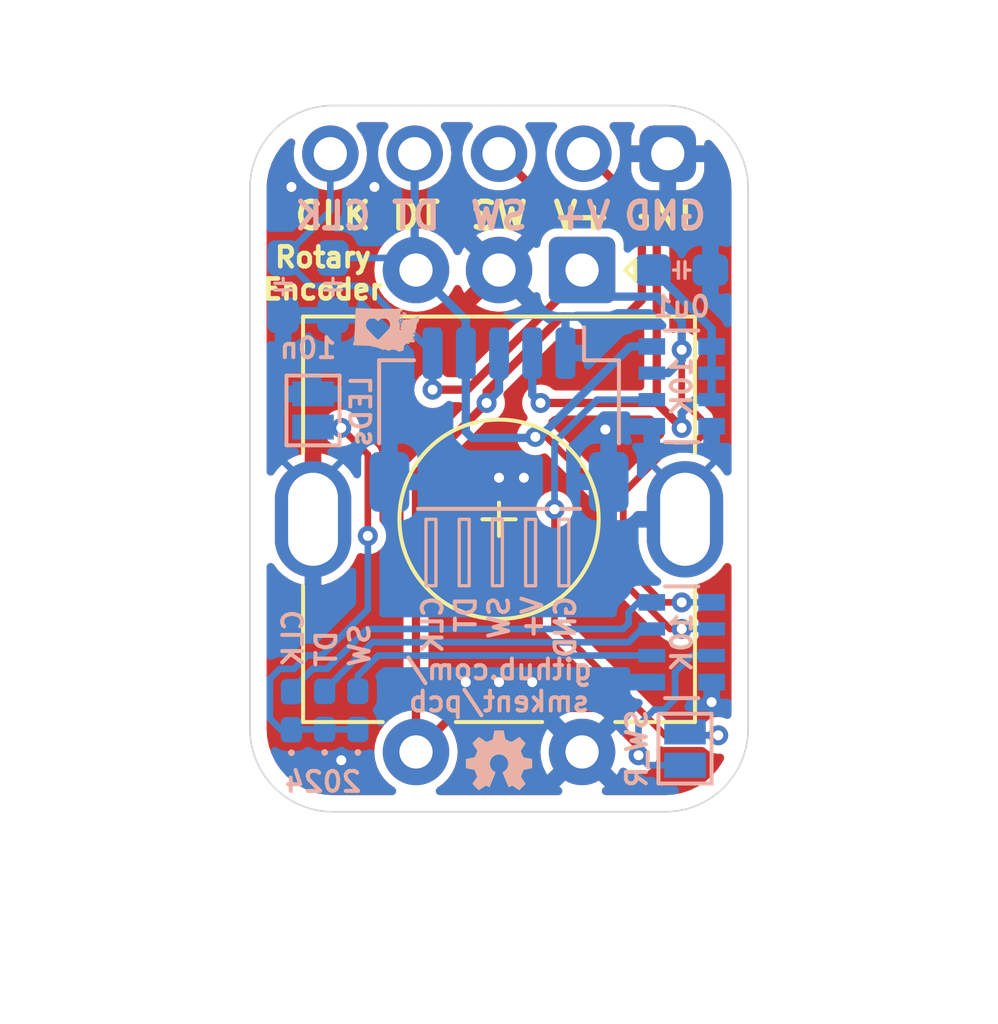
<source format=kicad_pcb>
(kicad_pcb (version 20240108) (generator "pcbnew") (generator_version "8.0")
  (layers (0 "F.Cu" signal) (31 "B.Cu" signal) (34 "B.Paste" user) (35 "F.Paste" user) (36 "B.SilkS" user "B.Silkscreen") (37 "F.SilkS" user "F.Silkscreen") (38 "B.Mask" user) (39 "F.Mask" user) (44 "Edge.Cuts" user))
  (net 0 "")
  (net 1 "GND")
  (net 2 "BUTTON")
  (net 3 "CLK")
  (net 4 "DT")
  (net 5 "VCC")
  (net 6 "Net-(JP1-B)")
  (net 7 "LED_GND")
  (net 8 "Net-(LED1-A)")
  (net 9 "Net-(LED2-A)")
  (net 10 "Net-(LED3-A)")
  (footprint "custom:RotaryEncoder_Alps_EC11E-Switch_Vertical_H20mm" (layer "F.Cu") (at 182.5 102 -90)
    (property "Reference" "SW1" (hide yes))
    (property "Value" "RotaryEncoder_Switch_MP")
    (pad "A" thru_hole roundrect (at 0 0 270) (size 2 2) (drill 1) (layers "*.Cu" "*.Mask") (roundrect_rratio 0.125) (net 3 "CLK"))
    (pad "B" thru_hole circle (at 0 5 270) (size 2 2) (drill 1) (layers "*.Cu" "*.Mask") (net 4 "DT"))
    (pad "C" thru_hole circle (at 0 2.5 270) (size 2 2) (drill 1) (layers "*.Cu" "*.Mask") (net 1 "GND"))
    (pad "MP" thru_hole oval (at 7.5 -3.1 270) (size 3.5 2.3) (drill oval 2.8 1.5) (layers "*.Cu" "*.Mask") (net 1 "GND"))
    (pad "MP" thru_hole oval (at 7.5 8.1 270) (size 3.5 2.3) (drill oval 2.8 1.5) (layers "*.Cu" "*.Mask") (net 1 "GND"))
    (pad "S1" thru_hole circle (at 14.5 5 270) (size 2 2) (drill 1) (layers "*.Cu" "*.Mask") (net 2 "BUTTON"))
    (pad "S2" thru_hole circle (at 14.5 0 270) (size 2 2) (drill 1) (layers "*.Cu" "*.Mask") (net 1 "GND"))
  )
  (footprint "graphics:oshw-logo-2mm" (layer "F.Cu") (at 180 116.75)
    (property "Reference" "G***" (hide yes))
    (property "Value" "LOGO" (hide yes))
  )
  (footprint "custom:SolderJumper-2_P1.0mm_Open_Pad" (layer "B.Cu") (at 174.4 106.225 90)
    (property "Reference" "JP2" (hide yes))
    (property "Value" "SolderJumper_2_Open")
    (pad "1" smd rect (at -0.5 0 90) (size 0.75 1.25) (layers "B.Cu" "B.Mask") (net 7 "LED_GND"))
    (pad "2" smd rect (at 0.5 0 90) (size 0.75 1.25) (layers "B.Cu" "B.Mask") (net 1 "GND"))
  )
  (footprint "custom:C_0603_1608Metric_Pad1.08x0.95mm_HandSolder" (layer "B.Cu") (at 173.5 102.5 -90)
    (property "Reference" "C2" (hide yes))
    (property "Value" "10n")
    (pad "1" smd roundrect (at -0.8625 0 270) (size 1.075 0.95) (layers "B.Cu" "B.Paste" "B.Mask") (net 3 "CLK"))
    (pad "2" smd roundrect (at 0.8625 0 270) (size 1.075 0.95) (layers "B.Cu" "B.Paste" "B.Mask") (net 1 "GND"))
  )
  (footprint "custom:C_0603_1608Metric_Pad1.08x0.95mm_HandSolder" (layer "B.Cu") (at 175 102.5 -90)
    (property "Reference" "C3" (hide yes))
    (property "Value" "10n")
    (pad "1" smd roundrect (at -0.8625 0 270) (size 1.075 0.95) (layers "B.Cu" "B.Paste" "B.Mask") (net 4 "DT"))
    (pad "2" smd roundrect (at 0.8625 0 270) (size 1.075 0.95) (layers "B.Cu" "B.Paste" "B.Mask") (net 1 "GND"))
  )
  (footprint "graphics:wa-state-heart-2mm" (layer "B.Cu") (at 176.6 103.8 180)
    (property "Reference" "G***" (hide yes))
    (property "Value" "LOGO" (hide yes))
  )
  (footprint "custom:C_0603_1608Metric_Pad1.08x0.95mm_HandSolder" (layer "B.Cu") (at 185.5 102)
    (property "Reference" "C1" (hide yes))
    (property "Value" "0u1")
    (pad "1" smd roundrect (at -0.8625 0) (size 1.075 0.95) (layers "B.Cu" "B.Paste" "B.Mask") (net 5 "VCC"))
    (pad "2" smd roundrect (at 0.8625 0) (size 1.075 0.95) (layers "B.Cu" "B.Paste" "B.Mask") (net 1 "GND"))
  )
  (footprint "LED_SMD:LED_0402_1005Metric_Pad0.77x0.64mm_HandSolder" (layer "B.Cu") (at 173.75 115.26 90)
    (property "Reference" "LED1" (hide yes))
    (property "Value" "LED")
    (pad "1" smd roundrect (at -0.5725 0 90) (size 0.765 0.64) (layers "B.Cu" "B.Paste" "B.Mask") (net 7 "LED_GND"))
    (pad "2" smd roundrect (at 0.5725 0 90) (size 0.765 0.64) (layers "B.Cu" "B.Paste" "B.Mask") (net 8 "Net-(LED1-A)"))
  )
  (footprint "LED_SMD:LED_0402_1005Metric_Pad0.77x0.64mm_HandSolder" (layer "B.Cu") (at 174.75 115.25 90)
    (property "Reference" "LED2" (hide yes))
    (property "Value" "LED")
    (pad "1" smd roundrect (at -0.5725 0 90) (size 0.765 0.64) (layers "B.Cu" "B.Paste" "B.Mask") (net 7 "LED_GND"))
    (pad "2" smd roundrect (at 0.5725 0 90) (size 0.765 0.64) (layers "B.Cu" "B.Paste" "B.Mask") (net 9 "Net-(LED2-A)"))
  )
  (footprint "custom:PinHeader_1x05_P2.54mm_Vertical_simple_pad1gnd" (layer "B.Cu") (at 185.08 98.5 90)
    (property "Reference" "J2" (hide yes))
    (property "Value" "Pin headers")
    (pad "1" thru_hole roundrect (at 0 0 90) (size 1.7 1.7) (drill 1) (layers "*.Cu" "*.Mask") (net 1 "GND"))
    (pad "2" thru_hole oval (at 0 -2.54 90) (size 1.7 1.7) (drill 1) (layers "*.Cu" "*.Mask") (net 5 "VCC"))
    (pad "3" thru_hole oval (at 0 -5.08 90) (size 1.7 1.7) (drill 1) (layers "*.Cu" "*.Mask") (net 2 "BUTTON"))
    (pad "4" thru_hole oval (at 0 -7.62 90) (size 1.7 1.7) (drill 1) (layers "*.Cu" "*.Mask") (net 4 "DT"))
    (pad "5" thru_hole oval (at 0 -10.16 90) (size 1.7 1.7) (drill 1) (layers "*.Cu" "*.Mask") (net 3 "CLK"))
  )
  (footprint "Resistor_SMD:R_Array_Convex_4x0603" (layer "B.Cu") (at 185.5 105.5)
    (property "Reference" "RN1" (hide yes))
    (property "Value" "10K")
    (pad "1" smd rect (at -0.9 1.2) (size 0.8 0.5) (layers "B.Cu" "B.Paste" "B.Mask") (net 1 "GND"))
    (pad "2" smd rect (at -0.9 0.4) (size 0.8 0.4) (layers "B.Cu" "B.Paste" "B.Mask") (net 6 "Net-(JP1-B)"))
    (pad "3" smd rect (at -0.9 -0.4) (size 0.8 0.4) (layers "B.Cu" "B.Paste" "B.Mask") (net 3 "CLK"))
    (pad "4" smd rect (at -0.9 -1.2) (size 0.8 0.5) (layers "B.Cu" "B.Paste" "B.Mask") (net 4 "DT"))
    (pad "5" smd rect (at 0.9 -1.2) (size 0.8 0.5) (layers "B.Cu" "B.Paste" "B.Mask") (net 5 "VCC"))
    (pad "6" smd rect (at 0.9 -0.4) (size 0.8 0.4) (layers "B.Cu" "B.Paste" "B.Mask") (net 5 "VCC"))
    (pad "7" smd rect (at 0.9 0.4) (size 0.8 0.4) (layers "B.Cu" "B.Paste" "B.Mask") (net 5 "VCC"))
    (pad "8" smd rect (at 0.9 1.2) (size 0.8 0.5) (layers "B.Cu" "B.Paste" "B.Mask") (net 1 "GND"))
  )
  (footprint "LED_SMD:LED_0402_1005Metric_Pad0.77x0.64mm_HandSolder" (layer "B.Cu") (at 175.75 115.25 90)
    (property "Reference" "LED3" (hide yes))
    (property "Value" "LED")
    (pad "1" smd roundrect (at -0.5725 0 90) (size 0.765 0.64) (layers "B.Cu" "B.Paste" "B.Mask") (net 7 "LED_GND"))
    (pad "2" smd roundrect (at 0.5725 0 90) (size 0.765 0.64) (layers "B.Cu" "B.Paste" "B.Mask") (net 10 "Net-(LED3-A)"))
  )
  (footprint "graphics:oshw-logo-2mm" (layer "B.Cu") (at 180 116.75 180)
    (property "Reference" "G***" (hide yes))
    (property "Value" "LOGO" (hide yes))
  )
  (footprint "custom:SolderJumper-2_P1.0mm_Open_Pad" (layer "B.Cu") (at 185.6 116.4 90)
    (property "Reference" "JP1" (hide yes))
    (property "Value" "SolderJumper_2_Open")
    (pad "1" smd rect (at -0.5 0 90) (size 0.75 1.25) (layers "B.Cu" "B.Mask") (net 2 "BUTTON"))
    (pad "2" smd rect (at 0.5 0 90) (size 0.75 1.25) (layers "B.Cu" "B.Mask") (net 6 "Net-(JP1-B)"))
  )
  (footprint "Resistor_SMD:R_Array_Convex_4x0603" (layer "B.Cu") (at 185.5 113.2 180)
    (property "Reference" "RN2" (hide yes))
    (property "Value" "10K")
    (pad "1" smd rect (at -0.9 1.2 180) (size 0.8 0.5) (layers "B.Cu" "B.Paste" "B.Mask") (net 3 "CLK"))
    (pad "2" smd rect (at -0.9 0.4 180) (size 0.8 0.4) (layers "B.Cu" "B.Paste" "B.Mask") (net 4 "DT"))
    (pad "3" smd rect (at -0.9 -0.4 180) (size 0.8 0.4) (layers "B.Cu" "B.Paste" "B.Mask") (net 2 "BUTTON"))
    (pad "4" smd rect (at -0.9 -1.2 180) (size 0.8 0.5) (layers "B.Cu" "B.Paste" "B.Mask") (net 1 "GND"))
    (pad "5" smd rect (at 0.9 -1.2 180) (size 0.8 0.5) (layers "B.Cu" "B.Paste" "B.Mask") (net 1 "GND"))
    (pad "6" smd rect (at 0.9 -0.4 180) (size 0.8 0.4) (layers "B.Cu" "B.Paste" "B.Mask") (net 10 "Net-(LED3-A)"))
    (pad "7" smd rect (at 0.9 0.4 180) (size 0.8 0.4) (layers "B.Cu" "B.Paste" "B.Mask") (net 9 "Net-(LED2-A)"))
    (pad "8" smd rect (at 0.9 1.2 180) (size 0.8 0.5) (layers "B.Cu" "B.Paste" "B.Mask") (net 8 "Net-(LED1-A)"))
  )
  (footprint "custom:JST_SH_SM05B-SRSS-TB_1x05-1MP_P1.00mm_Horizontal" (layer "B.Cu") (at 180 106.5 180)
    (property "Reference" "J1")
    (property "Value" "JST SH")
    (pad "1" smd roundrect (at -2 2 180) (size 0.6 1.55) (layers "B.Cu" "B.Paste" "B.Mask") (net 1 "GND"))
    (pad "2" smd roundrect (at -1 2 180) (size 0.6 1.55) (layers "B.Cu" "B.Paste" "B.Mask") (net 5 "VCC"))
    (pad "3" smd roundrect (at 0 2 180) (size 0.6 1.55) (layers "B.Cu" "B.Paste" "B.Mask") (net 2 "BUTTON"))
    (pad "4" smd roundrect (at 1 2 180) (size 0.6 1.55) (layers "B.Cu" "B.Paste" "B.Mask") (net 4 "DT"))
    (pad "5" smd roundrect (at 2 2 180) (size 0.6 1.55) (layers "B.Cu" "B.Paste" "B.Mask") (net 3 "CLK"))
    (pad "MP" smd roundrect (at -3.3 -1.875 180) (size 1.2 1.8) (layers "B.Cu" "B.Paste" "B.Mask") (roundrect_rratio 0.208333) (net 1 "GND"))
    (pad "MP" smd roundrect (at 3.3 -1.875 180) (size 1.2 1.8) (layers "B.Cu" "B.Paste" "B.Mask") (roundrect_rratio 0.208333) (net 1 "GND"))
  )
  (gr_rect (start 178.8 109.5) (end 179.1 111.5) (stroke (width 0.1)) (fill none) (layer "B.SilkS"))
  (gr_rect (start 180.8 109.5) (end 181.1 111.5) (stroke (width 0.1)) (fill none) (layer "B.SilkS"))
  (gr_rect (start 179.8 109.5) (end 180.1 111.5) (stroke (width 0.1)) (fill none) (layer "B.SilkS"))
  (gr_rect (start 181.8 109.5) (end 182.1 111.5) (stroke (width 0.1)) (fill none) (layer "B.SilkS"))
  (gr_rect (start 177.8 109.5) (end 178.1 111.5) (stroke (width 0.1)) (fill none) (layer "B.SilkS"))
  (gr_arc (start 172.5 99.55) (mid 173.232233 97.782233) (end 175 97.05) (stroke (width 0.05)) (layer "Edge.Cuts"))
  (gr_line (start 175 97.05) (end 185 97.05) (stroke (width 0.05)) (layer "Edge.Cuts"))
  (gr_line (start 185 118.3) (end 175 118.3) (stroke (width 0.05)) (layer "Edge.Cuts"))
  (gr_line (start 172.5 115.8) (end 172.5 99.55) (stroke (width 0.05)) (layer "Edge.Cuts"))
  (gr_arc (start 187.5 115.8) (mid 186.767767 117.567767) (end 185 118.3) (stroke (width 0.05)) (layer "Edge.Cuts"))
  (gr_line (start 187.5 99.55) (end 187.5 115.8) (stroke (width 0.05)) (layer "Edge.Cuts"))
  (gr_arc (start 175 118.3) (mid 173.232233 117.567767) (end 172.5 115.8) (stroke (width 0.05)) (layer "Edge.Cuts"))
  (gr_arc (start 185 97.05) (mid 186.767767 97.782233) (end 187.5 99.55) (stroke (width 0.05)) (layer "Edge.Cuts"))
  (gr_text "DT" (at 177.5 99.9 0) (layer "B.SilkS") (effects (font (size 0.8 0.8) (thickness 0.16) (bold yes)) (justify top mirror)))
  (gr_text "CLK" (at 178 111.75 90) (layer "B.SilkS") (effects (font (size 0.6 0.6) (thickness 0.12) (bold yes)) (justify left mirror)))
  (gr_text "SW" (at 180 111.75 90) (layer "B.SilkS") (effects (font (size 0.6 0.6) (thickness 0.12) (bold yes)) (justify left mirror)))
  (gr_text "0u1" (at 185.5 102.75 0) (layer "B.SilkS") (effects (font (size 0.6 0.6) (thickness 0.12) (bold yes)) (justify top mirror)))
  (gr_text "GND" (at 182 111.75 90) (layer "B.SilkS") (effects (font (size 0.6 0.6) (thickness 0.12) (bold yes)) (justify left mirror)))
  (gr_text "V+" (at 181 111.75 90) (layer "B.SilkS") (effects (font (size 0.6 0.6) (thickness 0.12) (bold yes)) (justify left mirror)))
  (gr_text "2024" (at 174.7 117.4 0) (layer "B.SilkS") (effects (font (size 0.6 0.6) (thickness 0.12) (bold yes)) (justify mirror)))
  (gr_text "DT" (at 174.8 114 90) (layer "B.SilkS") (effects (font (size 0.6 0.6) (thickness 0.12) (bold yes)) (justify right mirror)))
  (gr_text "CLK" (at 175 99.9 0) (layer "B.SilkS") (effects (font (size 0.8 0.8) (thickness 0.16) (bold yes)) (justify top mirror)))
  (gr_text "10n" (at 174.25 104 0) (layer "B.SilkS") (effects (font (size 0.6 0.6) (thickness 0.12) (bold yes)) (justify top mirror)))
  (gr_text "V+" (at 182.5 99.9 0) (layer "B.SilkS") (effects (font (size 0.8 0.8) (thickness 0.16) (bold yes)) (justify top mirror)))
  (gr_text "DT" (at 179 111.75 90) (layer "B.SilkS") (effects (font (size 0.6 0.6) (thickness 0.12) (bold yes)) (justify left mirror)))
  (gr_text "SW" (at 175.8 114 90) (layer "B.SilkS") (effects (font (size 0.6 0.6) (thickness 0.12) (bold yes)) (justify right mirror)))
  (gr_text "CLK" (at 173.8 114 90) (layer "B.SilkS") (effects (font (size 0.6 0.6) (thickness 0.12) (bold yes)) (justify right mirror)))
  (gr_text "github.com/\nsmkent/pcb" (at 180 114.5 0) (layer "B.SilkS") (effects (font (size 0.6 0.6) (thickness 0.12) (bold yes)) (justify mirror)))
  (gr_text "SW_R" (at 184.5 116.4 90) (layer "B.SilkS") (effects (font (size 0.6 0.6) (thickness 0.12) (bold yes)) (justify bottom mirror)))
  (gr_text "GND" (at 185 99.9 0) (layer "B.SilkS") (effects (font (size 0.8 0.8) (thickness 0.16) (bold yes)) (justify top mirror)))
  (gr_text "10K" (at 185.5 113.2 90) (layer "B.SilkS") (effects (font (size 0.6 0.6) (thickness 0.12) (bold yes)) (justify mirror)))
  (gr_text "SW" (at 180 99.9 0) (layer "B.SilkS") (effects (font (size 0.8 0.8) (thickness 0.16) (bold yes)) (justify top mirror)))
  (gr_text "10K" (at 185.5 105.5 90) (layer "B.SilkS") (effects (font (size 0.6 0.6) (thickness 0.12) (bold yes)) (justify mirror)))
  (gr_text "LEDs" (at 175.5 106.25 90) (layer "B.SilkS") (effects (font (size 0.6 0.6) (thickness 0.12) (bold yes)) (justify top mirror)))
  (gr_text "GND" (at 185 99.9 0) (layer "F.SilkS") (effects (font (size 0.8 0.8) (thickness 0.16) (bold yes)) (justify top)))
  (gr_text "DT" (at 177.5 99.9 0) (layer "F.SilkS") (effects (font (size 0.8 0.8) (thickness 0.16) (bold yes)) (justify top)))
  (gr_text "V+" (at 182.5 99.9 0) (layer "F.SilkS") (effects (font (size 0.8 0.8) (thickness 0.16) (bold yes)) (justify top)))
  (gr_text "CLK" (at 175 99.9 0) (layer "F.SilkS") (effects (font (size 0.8 0.8) (thickness 0.16) (bold yes)) (justify top)))
  (gr_text "Rotary\nEncoder" (at 174.7 102.1 0) (layer "F.SilkS") (effects (font (size 0.6 0.6) (thickness 0.14) (bold yes))))
  (gr_text "SW" (at 180 99.9 0) (layer "F.SilkS") (effects (font (size 0.8 0.8) (thickness 0.16) (bold yes)) (justify top)))
  (via (at 179 114.4) (size 0.6) (drill 0.3) (layers "F.Cu" "B.Cu") (net 1))
  (via (at 180 114.4) (size 0.6) (drill 0.3) (layers "F.Cu" "B.Cu") (net 1))
  (via (at 180.75 108.25) (size 0.6) (drill 0.3) (layers "F.Cu" "B.Cu") (net 1))
  (via (at 186.4 115) (size 0.6) (drill 0.3) (layers "F.Cu" "B.Cu") (net 1))
  (via (at 176.25 99.5) (size 0.6) (drill 0.3) (layers "F.Cu" "B.Cu") (net 1))
  (via (at 183.2 106.8) (size 0.6) (drill 0.3) (layers "F.Cu" "B.Cu") (net 1))
  (via (at 181 114.4) (size 0.6) (drill 0.3) (layers "F.Cu" "B.Cu") (net 1))
  (via (at 180 108.25) (size 0.6) (drill 0.3) (layers "F.Cu" "B.Cu") (net 1))
  (via (at 173.75 99.5) (size 0.6) (drill 0.3) (layers "F.Cu" "B.Cu") (net 1))
  (via (at 175.25 116.75) (size 0.6) (drill 0.3) (layers "F.Cu" "B.Cu") (net 1))
  (segment (start 182 104.5) (end 182 103.4) (width 0.25) (layer "B.Cu") (net 1))
  (segment (start 184.6 107.2) (end 184.775 107.375) (width 0.25) (layer "B.Cu") (net 1))
  (segment (start 181.674999 103.4) (end 181.4 103.4) (width 0.25) (layer "B.Cu") (net 1))
  (segment (start 174.4 108.65) (end 173.5 107.75) (width 0.2) (layer "B.Cu") (net 1))
  (segment (start 182 103.4) (end 181.674999 103.4) (width 0.25) (layer "B.Cu") (net 1))
  (segment (start 185.6 109.5) (end 185.6 108.85) (width 0.2) (layer "B.Cu") (net 1))
  (segment (start 174.4 109.5) (end 174.4 108.6) (width 0.2) (layer "B.Cu") (net 1))
  (segment (start 174.4 109.5) (end 174.4 108.65) (width 0.2) (layer "B.Cu") (net 1))
  (segment (start 186.375 107.375) (end 186.4 107.35) (width 0.25) (layer "B.Cu") (net 1))
  (segment (start 183.4 103.4) (end 183.5 103.5) (width 0.25) (layer "B.Cu") (net 1))
  (segment (start 184.775 107.375) (end 186.375 107.375) (width 0.25) (layer "B.Cu") (net 1))
  (segment (start 181.4 103.4) (end 180 102) (width 0.25) (layer "B.Cu") (net 1))
  (segment (start 174.4 108.6) (end 175.25 107.75) (width 0.2) (layer "B.Cu") (net 1))
  (segment (start 185.6 108.85) (end 184.5 107.75) (width 0.2) (layer "B.Cu") (net 1))
  (segment (start 180 102) (end 179.75 101.75) (width 0.25) (layer "B.Cu") (net 1))
  (segment (start 181.674999 103.4) (end 183.4 103.4) (width 0.25) (layer "B.Cu") (net 1))
  (segment (start 185.6 109.5) (end 185.6 108.65) (width 0.2) (layer "B.Cu") (net 1))
  (segment (start 185.6 108.65) (end 186.5 107.75) (width 0.2) (layer "B.Cu") (net 1))
  (segment (start 184.6 106.7) (end 184.6 107.2) (width 0.25) (layer "B.Cu") (net 1))
  (segment (start 186.4 107.35) (end 186.4 106.7) (width 0.25) (layer "B.Cu") (net 1))
  (segment (start 177.5 108.125) (end 177.5 112) (width 0.25) (layer "F.Cu") (net 2))
  (segment (start 184.3 100.8) (end 183.75 100.25) (width 0.25) (layer "F.Cu") (net 2))
  (segment (start 179.625 105.661396) (end 181.886396 103.4) (width 0.25) (layer "F.Cu") (net 2))
  (segment (start 181.886396 103.4) (end 183.8 103.4) (width 0.25) (layer "F.Cu") (net 2))
  (segment (start 179.625 106) (end 179.625 105.661396) (width 0.25) (layer "F.Cu") (net 2))
  (segment (start 183.048833 115.175) (end 178.825 115.175) (width 0.25) (layer "F.Cu") (net 2))
  (segment (start 179.625 106) (end 177.5 108.125) (width 0.25) (layer "F.Cu") (net 2))
  (segment (start 177.5 114.6) (end 177.5 116.5) (width 0.25) (layer "F.Cu") (net 2))
  (segment (start 184.3 102.9) (end 184.3 100.8) (width 0.25) (layer "F.Cu") (net 2))
  (segment (start 181.75 100.25) (end 180 98.5) (width 0.25) (layer "F.Cu") (net 2))
  (segment (start 178.825 115.175) (end 177.5 116.5) (width 0.25) (layer "F.Cu") (net 2))
  (segment (start 183.75 100.25) (end 181.75 100.25) (width 0.25) (layer "F.Cu") (net 2))
  (segment (start 183.8 103.4) (end 184.3 102.9) (width 0.25) (layer "F.Cu") (net 2))
  (segment (start 184.2 116.6) (end 184.2 116.326167) (width 0.25) (layer "F.Cu") (net 2))
  (segment (start 184.2 116.326167) (end 183.048833 115.175) (width 0.25) (layer "F.Cu") (net 2))
  (segment (start 177.5 112) (end 177.5 114.6) (width 0.25) (layer "F.Cu") (net 2))
  (via (at 184.2 116.6) (size 0.6) (drill 0.3) (layers "F.Cu" "B.Cu") (net 2))
  (via (at 179.625 106) (size 0.6) (drill 0.3) (layers "F.Cu" "B.Cu") (net 2))
  (segment (start 184.5 116.9) (end 185.6 116.9) (width 0.2) (layer "B.Cu") (net 2))
  (segment (start 184.2 115.7) (end 184.675 115.225) (width 0.2) (layer "B.Cu") (net 2))
  (segment (start 179.625 106) (end 180 105.625) (width 0.25) (layer "B.Cu") (net 2))
  (segment (start 185.8 113.6) (end 186.4 113.6) (width 0.2) (layer "B.Cu") (net 2))
  (segment (start 184.975 115.225) (end 185.3 114.9) (width 0.2) (layer "B.Cu") (net 2))
  (segment (start 184.2 116.6) (end 184.2 115.7) (width 0.2) (layer "B.Cu") (net 2))
  (segment (start 180 105.625) (end 180 104.5) (width 0.25) (layer "B.Cu") (net 2))
  (segment (start 185.3 114.9) (end 185.3 114.1) (width 0.2) (layer "B.Cu") (net 2))
  (segment (start 185.3 114.1) (end 185.8 113.6) (width 0.2) (layer "B.Cu") (net 2))
  (segment (start 184.2 116.6) (end 184.5 116.9) (width 0.2) (layer "B.Cu") (net 2))
  (segment (start 184.675 115.225) (end 184.975 115.225) (width 0.2) (layer "B.Cu") (net 2))
  (segment (start 182.5 102) (end 182.5 102.15) (width 0.25) (layer "F.Cu") (net 3))
  (segment (start 179.05 105.6) (end 178 105.6) (width 0.25) (layer "F.Cu") (net 3))
  (segment (start 183.740686 108.708704) (end 185.09939 107.35) (width 0.2) (layer "F.Cu") (net 3))
  (segment (start 185.09939 107.35) (end 185.748529 107.35) (width 0.2) (layer "F.Cu") (net 3))
  (segment (start 186.1 106.501471) (end 185.6 106.001471) (width 0.2) (layer "F.Cu") (net 3))
  (segment (start 185.6 106.001471) (end 185.6 106) (width 0.2) (layer "F.Cu") (net 3))
  (segment (start 185.6 106) (end 185.5 105.9) (width 0.2) (layer "F.Cu") (net 3))
  (segment (start 185.500002 111.999997) (end 184.917154 111.999997) (width 0.2) (layer "F.Cu") (net 3))
  (segment (start 184.917154 111.999997) (end 183.740686 110.823529) (width 0.2) (layer "F.Cu") (net 3))
  (segment (start 183.740686 110.823529) (end 183.740686 108.708704) (width 0.2) (layer "F.Cu") (net 3))
  (segment (start 185.748529 107.35) (end 186.1 106.998529) (width 0.2) (layer "F.Cu") (net 3))
  (segment (start 186.1 106.998529) (end 186.1 106.501471) (width 0.2) (layer "F.Cu") (net 3))
  (segment (start 185.5 105.9) (end 185.5 104.4) (width 0.2) (layer "F.Cu") (net 3))
  (segment (start 182.5 102.15) (end 179.05 105.6) (width 0.25) (layer "F.Cu") (net 3))
  (via (at 185.500002 111.999997) (size 0.6) (drill 0.3) (layers "F.Cu" "B.Cu") (net 3))
  (via (at 185.5 104.4) (size 0.6) (drill 0.3) (layers "F.Cu" "B.Cu") (net 3))
  (via (at 178 105.6) (size 0.6) (drill 0.3) (layers "F.Cu" "B.Cu") (net 3))
  (segment (start 186.399997 111.999997) (end 186.4 112) (width 0.2) (layer "B.Cu") (net 3))
  (segment (start 185.5 104.4) (end 185.5 104.7) (width 0.25) (layer "B.Cu") (net 3))
  (segment (start 174.92 100.2175) (end 174.92 98.5) (width 0.2) (layer "B.Cu") (net 3))
  (segment (start 185.500002 111.999997) (end 186.399997 111.999997) (width 0.2) (layer "B.Cu") (net 3))
  (segment (start 185.5 104.7) (end 185.1 105.1) (width 0.25) (layer "B.Cu") (net 3))
  (segment (start 182.5 102) (end 183.3 102.8) (width 0.25) (layer "B.Cu") (net 3))
  (segment (start 175.975 102.475) (end 178 104.5) (width 0.2) (layer "B.Cu") (net 3))
  (segment (start 173.5 101.6375) (end 174.92 100.2175) (width 0.2) (layer "B.Cu") (net 3))
  (segment (start 173.5 101.6375) (end 174.3375 102.475) (width 0.2) (layer "B.Cu") (net 3))
  (segment (start 184.75 102.8) (end 185.5 103.55) (width 0.25) (layer "B.Cu") (net 3))
  (segment (start 185.5 103.55) (end 185.5 104.4) (width 0.25) (layer "B.Cu") (net 3))
  (segment (start 174.3375 102.475) (end 175.975 102.475) (width 0.2) (layer "B.Cu") (net 3))
  (segment (start 183.3 102.8) (end 184.75 102.8) (width 0.25) (layer "B.Cu") (net 3))
  (segment (start 178 105.6) (end 178 104.5) (width 0.25) (layer "B.Cu") (net 3))
  (segment (start 185.1 105.1) (end 184.6 105.1) (width 0.25) (layer "B.Cu") (net 3))
  (segment (start 185.500002 112.8) (end 185.151471 112.8) (width 0.2) (layer "F.Cu") (net 4))
  (segment (start 181.420513 107.020513) (end 181.092842 107.020513) (width 0.2) (layer "F.Cu") (net 4))
  (segment (start 183.340686 110.989215) (end 183.340686 108.940686) (width 0.2) (layer "F.Cu") (net 4))
  (segment (start 183.340686 108.940686) (end 181.420513 107.020513) (width 0.2) (layer "F.Cu") (net 4))
  (segment (start 185.151471 112.8) (end 183.340686 110.989215) (width 0.2) (layer "F.Cu") (net 4))
  (via (at 181.092842 107.020513) (size 0.6) (drill 0.3) (layers "F.Cu" "B.Cu") (net 4))
  (via (at 185.500002 112.8) (size 0.6) (drill 0.3) (layers "F.Cu" "B.Cu") (net 4))
  (segment (start 177.46 101.96) (end 177.5 102) (width 0.25) (layer "B.Cu") (net 4))
  (segment (start 177.46 98.5) (end 177.46 101.96) (width 0.25) (layer "B.Cu") (net 4))
  (segment (start 184.6 104.3) (end 183.95 104.3) (width 0.25) (layer "B.Cu") (net 4))
  (segment (start 179 106.863604) (end 179 104.5) (width 0.25) (layer "B.Cu") (net 4))
  (segment (start 179.186396 107.05) (end 179 106.863604) (width 0.25) (layer "B.Cu") (net 4))
  (segment (start 186.4 112.8) (end 185.500002 112.8) (width 0.2) (layer "B.Cu") (net 4))
  (segment (start 179 103.5) (end 177.5 102) (width 0.25) (layer "B.Cu") (net 4))
  (segment (start 175 101.6375) (end 177.1375 101.6375) (width 0.2) (layer "B.Cu") (net 4))
  (segment (start 179 104.5) (end 179 103.5) (width 0.25) (layer "B.Cu") (net 4))
  (segment (start 177.1375 101.6375) (end 177.5 102) (width 0.2) (layer "B.Cu") (net 4))
  (segment (start 183.95 104.3) (end 181.2 107.05) (width 0.25) (layer "B.Cu") (net 4))
  (segment (start 181.2 107.05) (end 179.186396 107.05) (width 0.25) (layer "B.Cu") (net 4))
  (segment (start 181.25 106) (end 184.75 106) (width 0.25) (layer "F.Cu") (net 5))
  (segment (start 184.75 100.613604) (end 184.75 106) (width 0.25) (layer "F.Cu") (net 5))
  (segment (start 182.636396 98.5) (end 184.75 100.613604) (width 0.25) (layer "F.Cu") (net 5))
  (segment (start 184.75 106) (end 185.5 106.75) (width 0.25) (layer "F.Cu") (net 5))
  (segment (start 182.54 98.5) (end 182.636396 98.5) (width 0.25) (layer "F.Cu") (net 5))
  (via (at 181.25 106) (size 0.6) (drill 0.3) (layers "F.Cu" "B.Cu") (net 5))
  (via (at 185.5 106.75) (size 0.6) (drill 0.3) (layers "F.Cu" "B.Cu") (net 5))
  (segment (start 186.4 104.3) (end 186.4 103.7625) (width 0.25) (layer "B.Cu") (net 5))
  (segment (start 185.5 106.75) (end 185.5 106.3) (width 0.25) (layer "B.Cu") (net 5))
  (segment (start 186.4 103.7625) (end 184.6375 102) (width 0.25) (layer "B.Cu") (net 5))
  (segment (start 181.25 106) (end 181 105.75) (width 0.25) (layer "B.Cu") (net 5))
  (segment (start 185.5 106.3) (end 185.9 105.9) (width 0.25) (layer "B.Cu") (net 5))
  (segment (start 181 105.75) (end 181 104.5) (width 0.25) (layer "B.Cu") (net 5))
  (segment (start 186.4 105.9) (end 186.4 104.3) (width 0.25) (layer "B.Cu") (net 5))
  (segment (start 185.9 105.9) (end 186.4 105.9) (width 0.25) (layer "B.Cu") (net 5))
  (segment (start 185 116) (end 186.6 116) (width 0.2) (layer "F.Cu") (net 6))
  (segment (start 184.825 115.825) (end 185 116) (width 0.2) (layer "F.Cu") (net 6))
  (segment (start 184.825 115.82396) (end 184.825 115.825) (width 0.2) (layer "F.Cu") (net 6))
  (segment (start 183.17604 114.175) (end 184.825 115.82396) (width 0.2) (layer "F.Cu") (net 6))
  (segment (start 181.67134 109.2) (end 181.67134 112.67134) (width 0.2) (layer "F.Cu") (net 6))
  (segment (start 183.175 114.175) (end 183.17604 114.175) (width 0.2) (layer "F.Cu") (net 6))
  (segment (start 181.67134 112.67134) (end 183.175 114.175) (width 0.2) (layer "F.Cu") (net 6))
  (via (at 181.67134 109.2) (size 0.6) (drill 0.3) (layers "F.Cu" "B.Cu") (net 6))
  (via (at 186.6 116) (size 0.6) (drill 0.3) (layers "F.Cu" "B.Cu") (net 6))
  (segment (start 186.6 116) (end 185.7 116) (width 0.2) (layer "B.Cu") (net 6))
  (segment (start 182.95104 105.9) (end 184.6 105.9) (width 0.2) (layer "B.Cu") (net 6))
  (segment (start 181.67134 109.2) (end 181.67134 107.1797) (width 0.2) (layer "B.Cu") (net 6))
  (segment (start 185.7 116) (end 185.6 115.9) (width 0.2) (layer "B.Cu") (net 6))
  (segment (start 181.67134 107.1797) (end 182.95104 105.9) (width 0.2) (layer "B.Cu") (net 6))
  (segment (start 176.05 107.55) (end 175.25 106.75) (width 0.2) (layer "F.Cu") (net 7))
  (segment (start 176.05 110) (end 176.05 107.55) (width 0.2) (layer "F.Cu") (net 7))
  (via (at 176.05 110) (size 0.6) (drill 0.3) (layers "F.Cu" "B.Cu") (net 7))
  (via (at 175.25 106.75) (size 0.6) (drill 0.3) (layers "F.Cu" "B.Cu") (net 7))
  (segment (start 173.824342 114) (end 174.229342 113.595) (width 0.2) (layer "B.Cu") (net 7))
  (segment (start 173.75 115.8325) (end 173.435948 115.8325) (width 0.2) (layer "B.Cu") (net 7))
  (segment (start 173.435948 115.8325) (end 173.1 115.496552) (width 0.2) (layer "B.Cu") (net 7))
  (segment (start 174.663656 113.595) (end 176.05 112.208656) (width 0.2) (layer "B.Cu") (net 7))
  (segment (start 173.76 115.8225) (end 173.75 115.8325) (width 0.2) (layer "B.Cu") (net 7))
  (segment (start 174.229342 113.595) (end 174.663656 113.595) (width 0.2) (layer "B.Cu") (net 7))
  (segment (start 173.1 114.300028) (end 173.400028 114) (width 0.2) (layer "B.Cu") (net 7))
  (segment (start 174.425 106.75) (end 174.4 106.725) (width 0.2) (layer "B.Cu") (net 7))
  (segment (start 173.400028 114) (end 173.824342 114) (width 0.2) (layer "B.Cu") (net 7))
  (segment (start 175.75 115.8225) (end 173.76 115.8225) (width 0.2) (layer "B.Cu") (net 7))
  (segment (start 176.05 112.208656) (end 176.05 110) (width 0.2) (layer "B.Cu") (net 7))
  (segment (start 175.25 106.75) (end 174.425 106.75) (width 0.2) (layer "B.Cu") (net 7))
  (segment (start 173.1 115.496552) (end 173.1 114.300028) (width 0.2) (layer "B.Cu") (net 7))
  (segment (start 183.9 112.3) (end 183.9 112.634314) (width 0.2) (layer "B.Cu") (net 8))
  (segment (start 173.75 114.640028) (end 173.75 114.6875) (width 0.2) (layer "B.Cu") (net 8))
  (segment (start 184.6 112) (end 184.2 112) (width 0.2) (layer "B.Cu") (net 8))
  (segment (start 183.9 112.634314) (end 183.734314 112.8) (width 0.2) (layer "B.Cu") (net 8))
  (segment (start 174.829342 113.995) (end 174.395028 113.995) (width 0.2) (layer "B.Cu") (net 8))
  (segment (start 176.024342 112.8) (end 174.829342 113.995) (width 0.2) (layer "B.Cu") (net 8))
  (segment (start 183.734314 112.8) (end 176.024342 112.8) (width 0.2) (layer "B.Cu") (net 8))
  (segment (start 184.2 112) (end 183.9 112.3) (width 0.2) (layer "B.Cu") (net 8))
  (segment (start 174.395028 113.995) (end 173.75 114.640028) (width 0.2) (layer "B.Cu") (net 8))
  (segment (start 176.190028 113.2) (end 183.9 113.2) (width 0.2) (layer "B.Cu") (net 9))
  (segment (start 184.3 112.8) (end 184.6 112.8) (width 0.2) (layer "B.Cu") (net 9))
  (segment (start 183.9 113.2) (end 184.3 112.8) (width 0.2) (layer "B.Cu") (net 9))
  (segment (start 175.13 114.260028) (end 176.190028 113.2) (width 0.2) (layer "B.Cu") (net 9))
  (segment (start 174.75 114.65) (end 175.13 114.27) (width 0.2) (layer "B.Cu") (net 9))
  (segment (start 174.75 114.6775) (end 174.75 114.65) (width 0.2) (layer "B.Cu") (net 9))
  (segment (start 175.13 114.27) (end 175.13 114.260028) (width 0.2) (layer "B.Cu") (net 9))
  (segment (start 184.6 113.6) (end 176.355714 113.6) (width 0.2) (layer "B.Cu") (net 10))
  (segment (start 176.355714 113.6) (end 175.75 114.205714) (width 0.2) (layer "B.Cu") (net 10))
  (segment (start 175.75 114.205714) (end 175.75 114.6775) (width 0.2) (layer "B.Cu") (net 10))
  (zone (net 1) (net_name "GND") (layers "F&B.Cu") (connect_pads (clearance 0.25)) (min_thickness 0.25) (fill yes (thermal_gap 0.25) (thermal_bridge_width 0.5))
    (polygon (pts (xy 172 97) (xy 188 97) (xy 188 119) (xy 172 119)))
  )
)
</source>
